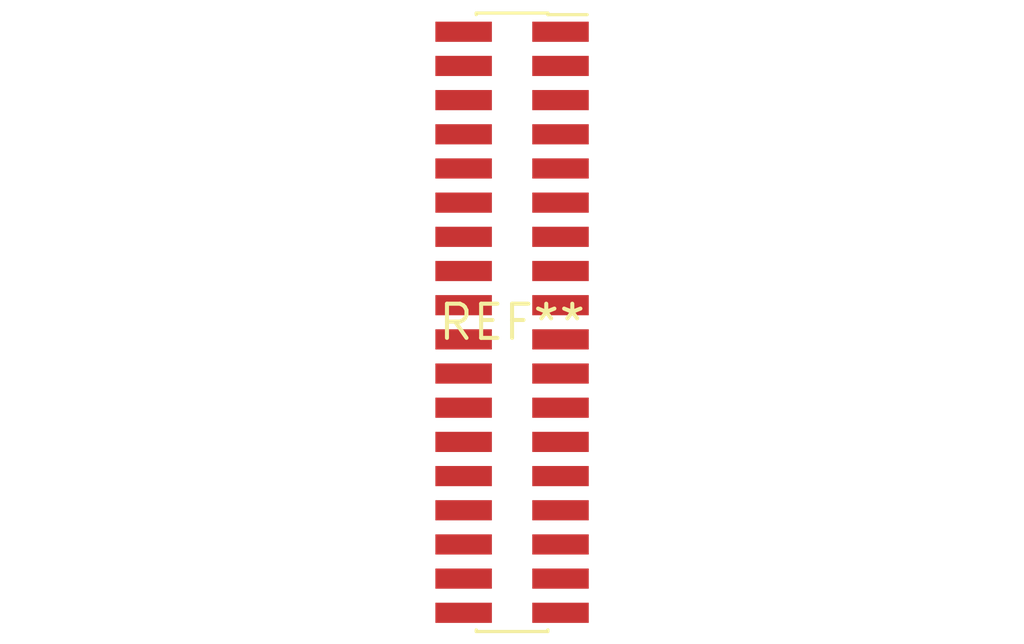
<source format=kicad_pcb>
(kicad_pcb (version 20240108) (generator pcbnew)
  (layers (0 "F.Cu" signal) (31 "B.Cu" signal) (34 "B.Paste" user) (35 "F.Paste" user) (36 "B.SilkS" user "B.Silkscreen") (37 "F.SilkS" user "F.Silkscreen") (38 "B.Mask" user) (39 "F.Mask" user) (44 "Edge.Cuts" user))
  (net 0 "")
  (footprint "PinSocket_2x18_P1.27mm_Vertical_SMD" (layer "F.Cu") (at 0 0)
    (property "Reference" "REF**")
    (property "Value" "PinSocket_2x18_P1.27mm_Vertical_SMD")
    (fp_line (start -1.33 -11.49) (end -1.33 -11.43) (layer "F.SilkS") (stroke (width 0.12)))
    (fp_line (start -1.33 -11.49) (end 1.33 -11.49) (layer "F.SilkS") (stroke (width 0.12)))
    (fp_line (start -1.33 11.43) (end -1.33 11.49) (layer "F.SilkS") (stroke (width 0.12)))
    (fp_line (start -1.33 11.49) (end 1.33 11.49) (layer "F.SilkS") (stroke (width 0.12)))
    (fp_line (start 1.33 -11.49) (end 1.33 -11.43) (layer "F.SilkS") (stroke (width 0.12)))
    (fp_line (start 1.33 -11.43) (end 2.79 -11.43) (layer "F.SilkS") (stroke (width 0.12)))
    (fp_line (start 1.33 11.43) (end 1.33 11.49) (layer "F.SilkS") (stroke (width 0.12)))
    (pad "1" smd rect (at 1.8 -10.795) (size 2.1 0.75) (layers "F.Cu" "F.Paste" "F.Mask"))
    (pad "2" smd rect (at -1.8 -10.795) (size 2.1 0.75) (layers "F.Cu" "F.Paste" "F.Mask"))
    (pad "3" smd rect (at 1.8 -9.525) (size 2.1 0.75) (layers "F.Cu" "F.Paste" "F.Mask"))
    (pad "4" smd rect (at -1.8 -9.525) (size 2.1 0.75) (layers "F.Cu" "F.Paste" "F.Mask"))
    (pad "5" smd rect (at 1.8 -8.255) (size 2.1 0.75) (layers "F.Cu" "F.Paste" "F.Mask"))
    (pad "6" smd rect (at -1.8 -8.255) (size 2.1 0.75) (layers "F.Cu" "F.Paste" "F.Mask"))
    (pad "7" smd rect (at 1.8 -6.985) (size 2.1 0.75) (layers "F.Cu" "F.Paste" "F.Mask"))
    (pad "8" smd rect (at -1.8 -6.985) (size 2.1 0.75) (layers "F.Cu" "F.Paste" "F.Mask"))
    (pad "9" smd rect (at 1.8 -5.715) (size 2.1 0.75) (layers "F.Cu" "F.Paste" "F.Mask"))
    (pad "10" smd rect (at -1.8 -5.715) (size 2.1 0.75) (layers "F.Cu" "F.Paste" "F.Mask"))
    (pad "11" smd rect (at 1.8 -4.445) (size 2.1 0.75) (layers "F.Cu" "F.Paste" "F.Mask"))
    (pad "12" smd rect (at -1.8 -4.445) (size 2.1 0.75) (layers "F.Cu" "F.Paste" "F.Mask"))
    (pad "13" smd rect (at 1.8 -3.175) (size 2.1 0.75) (layers "F.Cu" "F.Paste" "F.Mask"))
    (pad "14" smd rect (at -1.8 -3.175) (size 2.1 0.75) (layers "F.Cu" "F.Paste" "F.Mask"))
    (pad "15" smd rect (at 1.8 -1.905) (size 2.1 0.75) (layers "F.Cu" "F.Paste" "F.Mask"))
    (pad "16" smd rect (at -1.8 -1.905) (size 2.1 0.75) (layers "F.Cu" "F.Paste" "F.Mask"))
    (pad "17" smd rect (at 1.8 -0.635) (size 2.1 0.75) (layers "F.Cu" "F.Paste" "F.Mask"))
    (pad "18" smd rect (at -1.8 -0.635) (size 2.1 0.75) (layers "F.Cu" "F.Paste" "F.Mask"))
    (pad "19" smd rect (at 1.8 0.635) (size 2.1 0.75) (layers "F.Cu" "F.Paste" "F.Mask"))
    (pad "20" smd rect (at -1.8 0.635) (size 2.1 0.75) (layers "F.Cu" "F.Paste" "F.Mask"))
    (pad "21" smd rect (at 1.8 1.905) (size 2.1 0.75) (layers "F.Cu" "F.Paste" "F.Mask"))
    (pad "22" smd rect (at -1.8 1.905) (size 2.1 0.75) (layers "F.Cu" "F.Paste" "F.Mask"))
    (pad "23" smd rect (at 1.8 3.175) (size 2.1 0.75) (layers "F.Cu" "F.Paste" "F.Mask"))
    (pad "24" smd rect (at -1.8 3.175) (size 2.1 0.75) (layers "F.Cu" "F.Paste" "F.Mask"))
    (pad "25" smd rect (at 1.8 4.445) (size 2.1 0.75) (layers "F.Cu" "F.Paste" "F.Mask"))
    (pad "26" smd rect (at -1.8 4.445) (size 2.1 0.75) (layers "F.Cu" "F.Paste" "F.Mask"))
    (pad "27" smd rect (at 1.8 5.715) (size 2.1 0.75) (layers "F.Cu" "F.Paste" "F.Mask"))
    (pad "28" smd rect (at -1.8 5.715) (size 2.1 0.75) (layers "F.Cu" "F.Paste" "F.Mask"))
    (pad "29" smd rect (at 1.8 6.985) (size 2.1 0.75) (layers "F.Cu" "F.Paste" "F.Mask"))
    (pad "30" smd rect (at -1.8 6.985) (size 2.1 0.75) (layers "F.Cu" "F.Paste" "F.Mask"))
    (pad "31" smd rect (at 1.8 8.255) (size 2.1 0.75) (layers "F.Cu" "F.Paste" "F.Mask"))
    (pad "32" smd rect (at -1.8 8.255) (size 2.1 0.75) (layers "F.Cu" "F.Paste" "F.Mask"))
    (pad "33" smd rect (at 1.8 9.525) (size 2.1 0.75) (layers "F.Cu" "F.Paste" "F.Mask"))
    (pad "34" smd rect (at -1.8 9.525) (size 2.1 0.75) (layers "F.Cu" "F.Paste" "F.Mask"))
    (pad "35" smd rect (at 1.8 10.795) (size 2.1 0.75) (layers "F.Cu" "F.Paste" "F.Mask"))
    (pad "36" smd rect (at -1.8 10.795) (size 2.1 0.75) (layers "F.Cu" "F.Paste" "F.Mask"))
  )
)
</source>
